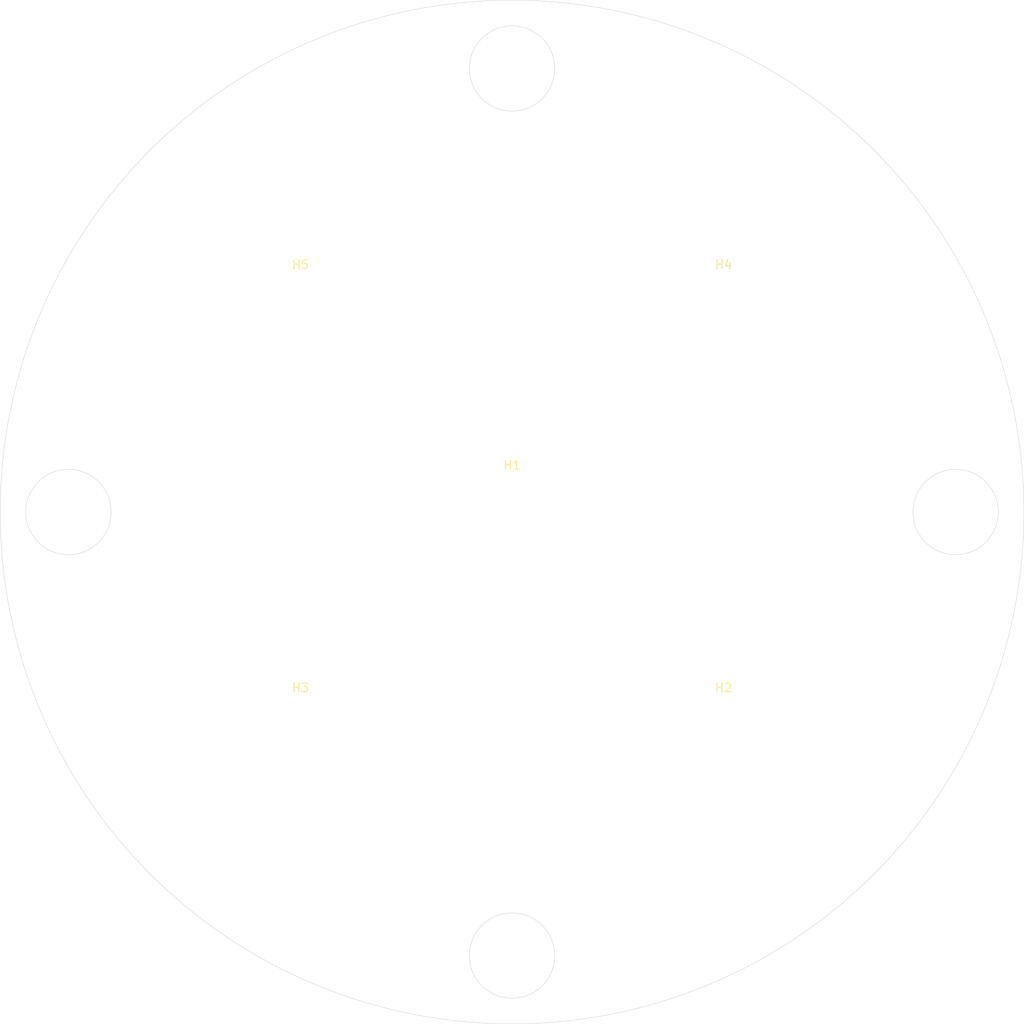
<source format=kicad_pcb>
(kicad_pcb (version 20240108) (generator "pcbnew") (generator_version "8.0")
  (layers (0 "F.Cu" signal) (31 "B.Cu" signal) (34 "B.Paste" user) (35 "F.Paste" user) (36 "B.SilkS" user "B.Silkscreen") (37 "F.SilkS" user "F.Silkscreen") (38 "B.Mask" user) (39 "F.Mask" user) (44 "Edge.Cuts" user))
  (net 0 "")
  (footprint "MountingHole:MountingHole_3.2mm_M3" (layer "F.Cu") (at 124.8 124.8)
    (property "Reference" "H2" (at 0 -4.2 0) (layer "F.SilkS"))
    (property "Value" "MountingHole")
    (pad "" np_thru_hole circle (at 0 0) (size 3.2 3.2) (drill 3.2) (layers "*.Cu" "*.Mask"))
  )
  (footprint "MountingHole:MountingHole_8.4mm_M8" (layer "F.Cu") (at 100 100)
    (property "Reference" "H1" (at 0 -5.5 0) (layer "F.SilkS"))
    (property "Value" "MountingHole" (hide yes))
    (pad "" np_thru_hole circle (at 0 0) (size 8.4 8.4) (drill 8.4) (layers "*.Cu" "*.Mask"))
  )
  (footprint "MountingHole:MountingHole_3.2mm_M3" (layer "F.Cu") (at 75.2 75.2)
    (property "Reference" "H5" (at 0 -4.2 0) (layer "F.SilkS"))
    (property "Value" "MountingHole")
    (pad "" np_thru_hole circle (at 0 0) (size 3.2 3.2) (drill 3.2) (layers "*.Cu" "*.Mask"))
  )
  (footprint "MountingHole:MountingHole_3.2mm_M3" (layer "F.Cu") (at 75.2 124.8)
    (property "Reference" "H3" (at 0 -4.2 0) (layer "F.SilkS"))
    (property "Value" "MountingHole")
    (pad "" np_thru_hole circle (at 0 0) (size 3.2 3.2) (drill 3.2) (layers "*.Cu" "*.Mask"))
  )
  (footprint "MountingHole:MountingHole_3.2mm_M3" (layer "F.Cu") (at 124.8 75.2)
    (property "Reference" "H4" (at 0 -4.2 0) (layer "F.SilkS"))
    (property "Value" "MountingHole")
    (pad "" np_thru_hole circle (at 0 0) (size 3.2 3.2) (drill 3.2) (layers "*.Cu" "*.Mask"))
  )
  (gr_circle (center 48 100) (end 53 100) (stroke (width 0.05)) (fill none) (layer "Edge.Cuts"))
  (gr_circle (center 152 100) (end 157 100) (stroke (width 0.05)) (fill none) (layer "Edge.Cuts"))
  (gr_circle (center 100 48) (end 105 48) (stroke (width 0.05)) (fill none) (layer "Edge.Cuts"))
  (gr_circle (center 100 100) (end 160 100) (stroke (width 0.05)) (fill none) (layer "Edge.Cuts"))
  (gr_circle (center 100 152) (end 105 152) (stroke (width 0.05)) (fill none) (layer "Edge.Cuts"))
)
</source>
